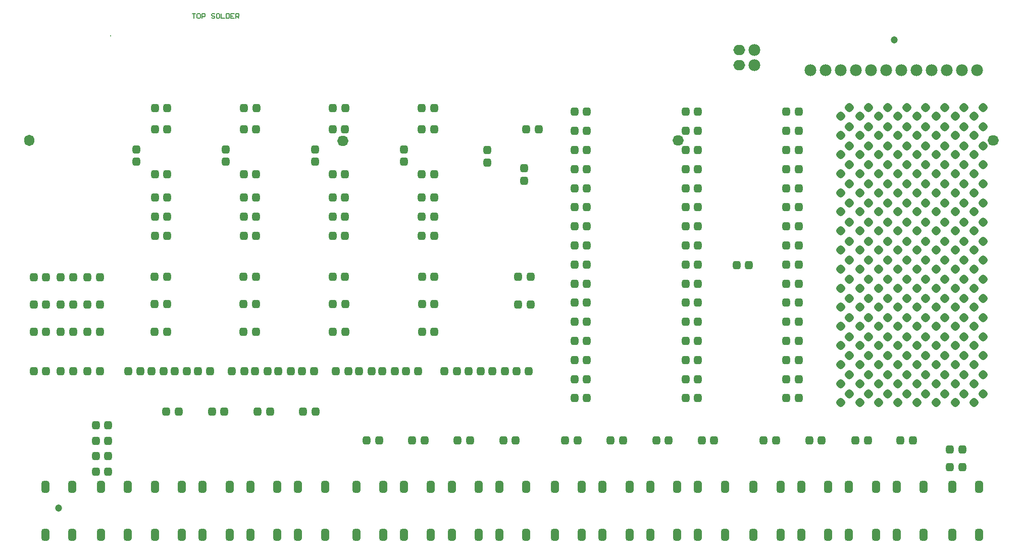
<source format=gts>
G04*
G04 #@! TF.GenerationSoftware,Altium Limited,CircuitStudio,1.5.2 (30)*
G04*
G04 Layer_Color=2162853*
%FSLAX25Y25*%
%MOIN*%
G70*
G01*
G75*
%ADD26C,0.00600*%
G04:AMPARAMS|DCode=156|XSize=55.24mil|YSize=55.24mil|CornerRadius=19.59mil|HoleSize=0mil|Usage=FLASHONLY|Rotation=0.000|XOffset=0mil|YOffset=0mil|HoleType=Round|Shape=RoundedRectangle|*
%AMROUNDEDRECTD156*
21,1,0.05524,0.01606,0,0,0.0*
21,1,0.01606,0.05524,0,0,0.0*
1,1,0.03918,0.00803,-0.00803*
1,1,0.03918,-0.00803,-0.00803*
1,1,0.03918,-0.00803,0.00803*
1,1,0.03918,0.00803,0.00803*
%
%ADD156ROUNDEDRECTD156*%
G04:AMPARAMS|DCode=157|XSize=80mil|YSize=54mil|CornerRadius=17.8mil|HoleSize=0mil|Usage=FLASHONLY|Rotation=90.000|XOffset=0mil|YOffset=0mil|HoleType=Round|Shape=RoundedRectangle|*
%AMROUNDEDRECTD157*
21,1,0.08000,0.01840,0,0,90.0*
21,1,0.04440,0.05400,0,0,90.0*
1,1,0.03560,0.00920,0.02220*
1,1,0.03560,0.00920,-0.02220*
1,1,0.03560,-0.00920,-0.02220*
1,1,0.03560,-0.00920,0.02220*
%
%ADD157ROUNDEDRECTD157*%
G04:AMPARAMS|DCode=158|XSize=55.24mil|YSize=55.24mil|CornerRadius=19.59mil|HoleSize=0mil|Usage=FLASHONLY|Rotation=90.000|XOffset=0mil|YOffset=0mil|HoleType=Round|Shape=RoundedRectangle|*
%AMROUNDEDRECTD158*
21,1,0.05524,0.01606,0,0,90.0*
21,1,0.01606,0.05524,0,0,90.0*
1,1,0.03918,0.00803,0.00803*
1,1,0.03918,0.00803,-0.00803*
1,1,0.03918,-0.00803,-0.00803*
1,1,0.03918,-0.00803,0.00803*
%
%ADD158ROUNDEDRECTD158*%
G04:AMPARAMS|DCode=159|XSize=55.24mil|YSize=55.24mil|CornerRadius=19.59mil|HoleSize=0mil|Usage=FLASHONLY|Rotation=45.000|XOffset=0mil|YOffset=0mil|HoleType=Round|Shape=RoundedRectangle|*
%AMROUNDEDRECTD159*
21,1,0.05524,0.01606,0,0,45.0*
21,1,0.01606,0.05524,0,0,45.0*
1,1,0.03918,0.01136,0.00000*
1,1,0.03918,0.00000,-0.01136*
1,1,0.03918,-0.01136,0.00000*
1,1,0.03918,0.00000,0.01136*
%
%ADD159ROUNDEDRECTD159*%
%ADD160C,0.04737*%
%ADD161C,0.00800*%
%ADD162C,0.07800*%
%ADD163O,0.07800X0.06800*%
%ADD164O,0.06800X0.07400*%
%ADD165O,0.07400X0.06800*%
D26*
X763358Y1193599D02*
X765491D01*
X764425D01*
Y1190400D01*
X768157Y1193599D02*
X767090D01*
X766557Y1193066D01*
Y1190933D01*
X767090Y1190400D01*
X768157D01*
X768690Y1190933D01*
Y1193066D01*
X768157Y1193599D01*
X769756Y1190400D02*
Y1193599D01*
X771356D01*
X771889Y1193066D01*
Y1192000D01*
X771356Y1191466D01*
X769756D01*
X778287Y1193066D02*
X777754Y1193599D01*
X776687D01*
X776154Y1193066D01*
Y1192533D01*
X776687Y1192000D01*
X777754D01*
X778287Y1191466D01*
Y1190933D01*
X777754Y1190400D01*
X776687D01*
X776154Y1190933D01*
X780953Y1193599D02*
X779886D01*
X779353Y1193066D01*
Y1190933D01*
X779886Y1190400D01*
X780953D01*
X781486Y1190933D01*
Y1193066D01*
X780953Y1193599D01*
X782552D02*
Y1190400D01*
X784685D01*
X785751Y1193599D02*
Y1190400D01*
X787351D01*
X787884Y1190933D01*
Y1193066D01*
X787351Y1193599D01*
X785751D01*
X791083D02*
X788950D01*
Y1190400D01*
X791083D01*
X788950Y1192000D02*
X790016D01*
X792149Y1190400D02*
Y1193599D01*
X793749D01*
X794282Y1193066D01*
Y1192000D01*
X793749Y1191466D01*
X792149D01*
X793215D02*
X794282Y1190400D01*
D156*
X658752Y1001700D02*
D03*
X666952D02*
D03*
X1122658Y1027500D02*
D03*
X1130858D02*
D03*
X904325Y957706D02*
D03*
X912525D02*
D03*
X888938D02*
D03*
X897138D02*
D03*
X873550D02*
D03*
X881750D02*
D03*
X858163D02*
D03*
X866363D02*
D03*
X835695D02*
D03*
X843894D02*
D03*
X820307D02*
D03*
X828507D02*
D03*
X804920D02*
D03*
X813120D02*
D03*
X789532D02*
D03*
X797732D02*
D03*
X767058D02*
D03*
X775257D02*
D03*
X751776D02*
D03*
X759976D02*
D03*
X736389D02*
D03*
X744589D02*
D03*
X721002D02*
D03*
X729202D02*
D03*
X694295D02*
D03*
X702494D02*
D03*
X676507D02*
D03*
X684707D02*
D03*
X658720D02*
D03*
X666920D02*
D03*
X977423Y957657D02*
D03*
X985623D02*
D03*
X694152Y983600D02*
D03*
X702352D02*
D03*
X676452D02*
D03*
X684652D02*
D03*
X658752D02*
D03*
X666952D02*
D03*
X658752Y1019700D02*
D03*
X666952D02*
D03*
X676452D02*
D03*
X684652D02*
D03*
X694152D02*
D03*
X702352D02*
D03*
X738700Y1046887D02*
D03*
X746900D02*
D03*
X797400D02*
D03*
X805600D02*
D03*
X856100D02*
D03*
X864300D02*
D03*
X914800D02*
D03*
X923000D02*
D03*
X738700Y1059594D02*
D03*
X746900D02*
D03*
X797400D02*
D03*
X805600D02*
D03*
X856100D02*
D03*
X864300D02*
D03*
X914800D02*
D03*
X923000D02*
D03*
X738700Y1072100D02*
D03*
X746900D02*
D03*
X797400D02*
D03*
X805600D02*
D03*
X856100D02*
D03*
X864300D02*
D03*
X914800D02*
D03*
X923000D02*
D03*
X738766Y1131157D02*
D03*
X746966D02*
D03*
X797466D02*
D03*
X805666D02*
D03*
X856266D02*
D03*
X864466D02*
D03*
X914966D02*
D03*
X923166D02*
D03*
X1015750Y939780D02*
D03*
X1023950D02*
D03*
X1015750Y952380D02*
D03*
X1023950D02*
D03*
X1015750Y964980D02*
D03*
X1023950D02*
D03*
X1015750Y977580D02*
D03*
X1023950D02*
D03*
X1015750Y990180D02*
D03*
X1023950D02*
D03*
X1015750Y1002780D02*
D03*
X1023950D02*
D03*
X1015750Y1015380D02*
D03*
X1023950D02*
D03*
X1015750Y1027980D02*
D03*
X1023950D02*
D03*
X1015750Y1040580D02*
D03*
X1023950D02*
D03*
X1015750Y1053180D02*
D03*
X1023950D02*
D03*
X1015750Y1065780D02*
D03*
X1023950D02*
D03*
X1015750Y1078380D02*
D03*
X1023950D02*
D03*
X1015750Y1090980D02*
D03*
X1023950D02*
D03*
X1015750Y1103580D02*
D03*
X1023950D02*
D03*
X1015750Y1116180D02*
D03*
X1023950D02*
D03*
X1015750Y1128780D02*
D03*
X1023950D02*
D03*
X1089050Y939780D02*
D03*
X1097250D02*
D03*
X1089050Y952380D02*
D03*
X1097250D02*
D03*
X1089050Y964980D02*
D03*
X1097250D02*
D03*
X1089050Y977580D02*
D03*
X1097250D02*
D03*
X1089050Y990180D02*
D03*
X1097250D02*
D03*
X1089050Y1002780D02*
D03*
X1097250D02*
D03*
X1089050Y1015380D02*
D03*
X1097250D02*
D03*
X1089050Y1027980D02*
D03*
X1097250D02*
D03*
X1089050Y1040580D02*
D03*
X1097250D02*
D03*
X1089050Y1053180D02*
D03*
X1097250D02*
D03*
X1089050Y1065780D02*
D03*
X1097250D02*
D03*
X1089050Y1078380D02*
D03*
X1097250D02*
D03*
X1089050Y1090980D02*
D03*
X1097250D02*
D03*
X1089050Y1103580D02*
D03*
X1097250D02*
D03*
X1089050Y1116180D02*
D03*
X1097250D02*
D03*
X1089050Y1128780D02*
D03*
X1097250D02*
D03*
X1155450Y939780D02*
D03*
X1163650D02*
D03*
X1155450Y952380D02*
D03*
X1163650D02*
D03*
X1155450Y964980D02*
D03*
X1163650D02*
D03*
X1155450Y977580D02*
D03*
X1163650D02*
D03*
X1155450Y990180D02*
D03*
X1163650D02*
D03*
X1155450Y1002780D02*
D03*
X1163650D02*
D03*
X1155450Y1015380D02*
D03*
X1163650D02*
D03*
X1155450Y1027980D02*
D03*
X1163650D02*
D03*
X1155450Y1040580D02*
D03*
X1163650D02*
D03*
X1155450Y1053180D02*
D03*
X1163650D02*
D03*
X1155450Y1065780D02*
D03*
X1163650D02*
D03*
X1155450Y1078380D02*
D03*
X1163650D02*
D03*
X1155450Y1090980D02*
D03*
X1163650D02*
D03*
X1155450Y1103580D02*
D03*
X1163650D02*
D03*
X1155450Y1116180D02*
D03*
X1163650D02*
D03*
X1263500Y894300D02*
D03*
X1271700D02*
D03*
X1263500Y905800D02*
D03*
X1271700D02*
D03*
X1230819Y912000D02*
D03*
X1239019D02*
D03*
X1201125D02*
D03*
X1209325D02*
D03*
X1170644D02*
D03*
X1178844D02*
D03*
X1140557D02*
D03*
X1148757D02*
D03*
X1099769D02*
D03*
X1107969D02*
D03*
X1069682D02*
D03*
X1077882D02*
D03*
X1039594D02*
D03*
X1047795D02*
D03*
X1009507D02*
D03*
X1017707D02*
D03*
X968720D02*
D03*
X976920D02*
D03*
X938632D02*
D03*
X946832D02*
D03*
X908545D02*
D03*
X916745D02*
D03*
X878458D02*
D03*
X886658D02*
D03*
X836570Y930800D02*
D03*
X844770D02*
D03*
X806483D02*
D03*
X814683D02*
D03*
X776395D02*
D03*
X784595D02*
D03*
X746308D02*
D03*
X754508D02*
D03*
X699727Y891313D02*
D03*
X707927D02*
D03*
X699727Y901513D02*
D03*
X707927D02*
D03*
X699727Y911713D02*
D03*
X707927D02*
D03*
X699727Y922013D02*
D03*
X707927D02*
D03*
X961476Y957706D02*
D03*
X969676D02*
D03*
X945689D02*
D03*
X953889D02*
D03*
X929802D02*
D03*
X938002D02*
D03*
X983858Y1117300D02*
D03*
X992058D02*
D03*
X978458Y1001400D02*
D03*
X986658D02*
D03*
X978558Y1020000D02*
D03*
X986758D02*
D03*
X915000Y983600D02*
D03*
X923200D02*
D03*
X856200D02*
D03*
X864400D02*
D03*
X797200D02*
D03*
X805400D02*
D03*
X738500D02*
D03*
X746700D02*
D03*
X915000Y1001800D02*
D03*
X923200D02*
D03*
X856200Y1001900D02*
D03*
X864400D02*
D03*
X797200Y1001800D02*
D03*
X805400D02*
D03*
X738500D02*
D03*
X746700D02*
D03*
X915100Y1019800D02*
D03*
X923300D02*
D03*
X856100D02*
D03*
X864300D02*
D03*
X797200D02*
D03*
X805400D02*
D03*
X738500D02*
D03*
X746700D02*
D03*
X914800Y1087400D02*
D03*
X923000D02*
D03*
X856100D02*
D03*
X864300D02*
D03*
X797400D02*
D03*
X805600D02*
D03*
X738700D02*
D03*
X746900D02*
D03*
X914800Y1117083D02*
D03*
X923000D02*
D03*
X856100D02*
D03*
X864300D02*
D03*
X797400D02*
D03*
X805600D02*
D03*
X738700D02*
D03*
X746900D02*
D03*
X1155450Y1128780D02*
D03*
X1163650D02*
D03*
X694152Y1001700D02*
D03*
X702352D02*
D03*
X676452D02*
D03*
X684652D02*
D03*
D157*
X871670Y849699D02*
D03*
Y881195D02*
D03*
X889386D02*
D03*
Y849699D02*
D03*
X666333D02*
D03*
Y881195D02*
D03*
X684049D02*
D03*
Y849699D02*
D03*
X703033D02*
D03*
Y881195D02*
D03*
X720749D02*
D03*
Y849699D02*
D03*
X738820D02*
D03*
Y881195D02*
D03*
X756536D02*
D03*
Y849699D02*
D03*
X770307D02*
D03*
Y881195D02*
D03*
X788024D02*
D03*
Y849699D02*
D03*
X801801D02*
D03*
Y881195D02*
D03*
X819518D02*
D03*
Y849699D02*
D03*
X833288D02*
D03*
Y881195D02*
D03*
X851005D02*
D03*
Y849699D02*
D03*
X1265012D02*
D03*
Y881195D02*
D03*
X1282729D02*
D03*
Y849699D02*
D03*
X1228437D02*
D03*
Y881195D02*
D03*
X1246154D02*
D03*
Y849699D02*
D03*
X1196950D02*
D03*
Y881195D02*
D03*
X1214666D02*
D03*
Y849699D02*
D03*
X1165456D02*
D03*
Y881195D02*
D03*
X1183173D02*
D03*
Y849699D02*
D03*
X1133969D02*
D03*
Y881195D02*
D03*
X1151685D02*
D03*
Y849699D02*
D03*
X1002819D02*
D03*
Y881195D02*
D03*
X1020536D02*
D03*
Y849699D02*
D03*
X1034307D02*
D03*
Y881195D02*
D03*
X1052023D02*
D03*
Y849699D02*
D03*
X1065800D02*
D03*
Y881195D02*
D03*
X1083517D02*
D03*
Y849699D02*
D03*
X1097288D02*
D03*
Y881195D02*
D03*
X1115004D02*
D03*
Y849699D02*
D03*
X966138D02*
D03*
Y881195D02*
D03*
X983855D02*
D03*
Y849699D02*
D03*
X934651D02*
D03*
Y881195D02*
D03*
X952367D02*
D03*
Y849699D02*
D03*
X903157D02*
D03*
Y881195D02*
D03*
X920874D02*
D03*
Y849699D02*
D03*
D158*
X726572Y1095732D02*
D03*
Y1103932D02*
D03*
X785445Y1095732D02*
D03*
Y1103932D02*
D03*
X844539Y1095732D02*
D03*
Y1103932D02*
D03*
X903239Y1095732D02*
D03*
Y1103932D02*
D03*
X982358Y1083200D02*
D03*
Y1091400D02*
D03*
X958158Y1095300D02*
D03*
Y1103500D02*
D03*
D159*
X1279611Y936781D02*
D03*
X1285409Y942579D02*
D03*
X1267011Y936781D02*
D03*
X1272809Y942579D02*
D03*
X1254411Y936781D02*
D03*
X1260209Y942579D02*
D03*
X1241811Y936781D02*
D03*
X1247609Y942579D02*
D03*
X1229211Y936781D02*
D03*
X1235009Y942579D02*
D03*
X1216611Y936781D02*
D03*
X1222409Y942579D02*
D03*
X1204011Y936781D02*
D03*
X1209809Y942579D02*
D03*
X1191411Y936781D02*
D03*
X1197209Y942579D02*
D03*
X1279611Y949381D02*
D03*
X1285409Y955179D02*
D03*
X1267011Y949381D02*
D03*
X1272809Y955179D02*
D03*
X1254411Y949381D02*
D03*
X1260209Y955179D02*
D03*
X1241811Y949381D02*
D03*
X1247609Y955179D02*
D03*
X1229211Y949381D02*
D03*
X1235009Y955179D02*
D03*
X1216611Y949381D02*
D03*
X1222409Y955179D02*
D03*
X1204011Y949381D02*
D03*
X1209809Y955179D02*
D03*
X1191411Y949381D02*
D03*
X1197209Y955179D02*
D03*
X1279611Y961981D02*
D03*
X1285409Y967779D02*
D03*
X1267011Y961981D02*
D03*
X1272809Y967779D02*
D03*
X1254411Y961981D02*
D03*
X1260209Y967779D02*
D03*
X1241811Y961981D02*
D03*
X1247609Y967779D02*
D03*
X1229211Y961981D02*
D03*
X1235009Y967779D02*
D03*
X1216611Y961981D02*
D03*
X1222409Y967779D02*
D03*
X1204011Y961981D02*
D03*
X1209809Y967779D02*
D03*
X1191411Y961981D02*
D03*
X1197209Y967779D02*
D03*
X1279611Y974581D02*
D03*
X1285409Y980379D02*
D03*
X1267011Y974581D02*
D03*
X1272809Y980379D02*
D03*
X1254411Y974581D02*
D03*
X1260209Y980379D02*
D03*
X1241811Y974581D02*
D03*
X1247609Y980379D02*
D03*
X1229211Y974581D02*
D03*
X1235009Y980379D02*
D03*
X1216611Y974581D02*
D03*
X1222409Y980379D02*
D03*
X1204011Y974581D02*
D03*
X1209809Y980379D02*
D03*
X1191411Y974581D02*
D03*
X1197209Y980379D02*
D03*
X1279611Y987181D02*
D03*
X1285409Y992979D02*
D03*
X1267011Y987181D02*
D03*
X1272809Y992979D02*
D03*
X1254411Y987181D02*
D03*
X1260209Y992979D02*
D03*
X1241811Y987181D02*
D03*
X1247609Y992979D02*
D03*
X1229211Y987181D02*
D03*
X1235009Y992979D02*
D03*
X1216611Y987181D02*
D03*
X1222409Y992979D02*
D03*
X1204011Y987181D02*
D03*
X1209809Y992979D02*
D03*
X1191411Y987181D02*
D03*
X1197209Y992979D02*
D03*
X1279611Y999781D02*
D03*
X1285409Y1005579D02*
D03*
X1267011Y999781D02*
D03*
X1272809Y1005579D02*
D03*
X1254411Y999781D02*
D03*
X1260209Y1005579D02*
D03*
X1241811Y999781D02*
D03*
X1247609Y1005579D02*
D03*
X1229211Y999781D02*
D03*
X1235009Y1005579D02*
D03*
X1216611Y999781D02*
D03*
X1222409Y1005579D02*
D03*
X1204011Y999781D02*
D03*
X1209809Y1005579D02*
D03*
X1191411Y999781D02*
D03*
X1197209Y1005579D02*
D03*
X1279611Y1012381D02*
D03*
X1285409Y1018179D02*
D03*
X1267011Y1012381D02*
D03*
X1272809Y1018179D02*
D03*
X1254411Y1012381D02*
D03*
X1260209Y1018179D02*
D03*
X1241811Y1012381D02*
D03*
X1247609Y1018179D02*
D03*
X1229211Y1012381D02*
D03*
X1235009Y1018179D02*
D03*
X1216611Y1012381D02*
D03*
X1222409Y1018179D02*
D03*
X1204011Y1012381D02*
D03*
X1209809Y1018179D02*
D03*
X1191411Y1012381D02*
D03*
X1197209Y1018179D02*
D03*
X1279611Y1024981D02*
D03*
X1285409Y1030779D02*
D03*
X1267011Y1024981D02*
D03*
X1272809Y1030779D02*
D03*
X1254411Y1024981D02*
D03*
X1260209Y1030779D02*
D03*
X1241811Y1024981D02*
D03*
X1247609Y1030779D02*
D03*
X1229211Y1024981D02*
D03*
X1235009Y1030779D02*
D03*
X1216611Y1024981D02*
D03*
X1222409Y1030779D02*
D03*
X1204011Y1024981D02*
D03*
X1209809Y1030779D02*
D03*
X1191411Y1024981D02*
D03*
X1197209Y1030779D02*
D03*
X1279611Y1037581D02*
D03*
X1285409Y1043379D02*
D03*
X1267011Y1037581D02*
D03*
X1272809Y1043379D02*
D03*
X1254411Y1037581D02*
D03*
X1260209Y1043379D02*
D03*
X1241811Y1037581D02*
D03*
X1247609Y1043379D02*
D03*
X1229211Y1037581D02*
D03*
X1235009Y1043379D02*
D03*
X1216611Y1037581D02*
D03*
X1222409Y1043379D02*
D03*
X1204011Y1037581D02*
D03*
X1209809Y1043379D02*
D03*
X1191411Y1037581D02*
D03*
X1197209Y1043379D02*
D03*
X1279611Y1050181D02*
D03*
X1285409Y1055979D02*
D03*
X1267011Y1050181D02*
D03*
X1272809Y1055979D02*
D03*
X1254411Y1050181D02*
D03*
X1260209Y1055979D02*
D03*
X1241811Y1050181D02*
D03*
X1247609Y1055979D02*
D03*
X1229211Y1050181D02*
D03*
X1235009Y1055979D02*
D03*
X1216611Y1050181D02*
D03*
X1222409Y1055979D02*
D03*
X1204011Y1050181D02*
D03*
X1209809Y1055979D02*
D03*
X1191411Y1050181D02*
D03*
X1197209Y1055979D02*
D03*
X1279611Y1062781D02*
D03*
X1285409Y1068579D02*
D03*
X1267011Y1062781D02*
D03*
X1272809Y1068579D02*
D03*
X1254411Y1062781D02*
D03*
X1260209Y1068579D02*
D03*
X1241811Y1062781D02*
D03*
X1247609Y1068579D02*
D03*
X1229211Y1062781D02*
D03*
X1235009Y1068579D02*
D03*
X1216611Y1062781D02*
D03*
X1222409Y1068579D02*
D03*
X1204011Y1062781D02*
D03*
X1209809Y1068579D02*
D03*
X1191411Y1062781D02*
D03*
X1197209Y1068579D02*
D03*
X1279611Y1075381D02*
D03*
X1285409Y1081179D02*
D03*
X1267011Y1075381D02*
D03*
X1272809Y1081179D02*
D03*
X1254411Y1075381D02*
D03*
X1260209Y1081179D02*
D03*
X1241811Y1075381D02*
D03*
X1247609Y1081179D02*
D03*
X1229211Y1075381D02*
D03*
X1235009Y1081179D02*
D03*
X1216611Y1075381D02*
D03*
X1222409Y1081179D02*
D03*
X1204011Y1075381D02*
D03*
X1209809Y1081179D02*
D03*
X1191411Y1075381D02*
D03*
X1197209Y1081179D02*
D03*
X1279611Y1087981D02*
D03*
X1285409Y1093779D02*
D03*
X1267011Y1087981D02*
D03*
X1272809Y1093779D02*
D03*
X1254411Y1087981D02*
D03*
X1260209Y1093779D02*
D03*
X1241811Y1087981D02*
D03*
X1247609Y1093779D02*
D03*
X1229211Y1087981D02*
D03*
X1235009Y1093779D02*
D03*
X1216611Y1087981D02*
D03*
X1222409Y1093779D02*
D03*
X1204011Y1087981D02*
D03*
X1209809Y1093779D02*
D03*
X1191411Y1087981D02*
D03*
X1197209Y1093779D02*
D03*
X1279611Y1100581D02*
D03*
X1285409Y1106379D02*
D03*
X1267011Y1100581D02*
D03*
X1272809Y1106379D02*
D03*
X1254411Y1100581D02*
D03*
X1260209Y1106379D02*
D03*
X1241811Y1100581D02*
D03*
X1247609Y1106379D02*
D03*
X1229211Y1100581D02*
D03*
X1235009Y1106379D02*
D03*
X1216611Y1100581D02*
D03*
X1222409Y1106379D02*
D03*
X1204011Y1100581D02*
D03*
X1209809Y1106379D02*
D03*
X1191411Y1100581D02*
D03*
X1197209Y1106379D02*
D03*
X1279611Y1113181D02*
D03*
X1285409Y1118979D02*
D03*
X1267011Y1113181D02*
D03*
X1272809Y1118979D02*
D03*
X1254411Y1113181D02*
D03*
X1260209Y1118979D02*
D03*
X1241811Y1113181D02*
D03*
X1247609Y1118979D02*
D03*
X1229211Y1113181D02*
D03*
X1235009Y1118979D02*
D03*
X1216611Y1113181D02*
D03*
X1222409Y1118979D02*
D03*
X1204011Y1113181D02*
D03*
X1209809Y1118979D02*
D03*
X1191411Y1113181D02*
D03*
X1197209Y1118979D02*
D03*
X1279611Y1125781D02*
D03*
X1285409Y1131579D02*
D03*
X1267011Y1125781D02*
D03*
X1272809Y1131579D02*
D03*
X1254411Y1125781D02*
D03*
X1260209Y1131579D02*
D03*
X1241811Y1125781D02*
D03*
X1247609Y1131579D02*
D03*
X1229211Y1125781D02*
D03*
X1235009Y1131579D02*
D03*
X1216611Y1125781D02*
D03*
X1222409Y1131579D02*
D03*
X1204011Y1125781D02*
D03*
X1209809Y1131579D02*
D03*
X1191411Y1125781D02*
D03*
X1197209Y1131579D02*
D03*
D160*
X675258Y867300D02*
D03*
X1226648Y1176160D02*
D03*
D161*
X709458Y1178800D02*
D03*
D162*
X1181500Y1156100D02*
D03*
X1171500D02*
D03*
X1201500D02*
D03*
X1191500D02*
D03*
X1221500D02*
D03*
X1211500D02*
D03*
X1241500D02*
D03*
X1231500D02*
D03*
X1261500D02*
D03*
X1251500D02*
D03*
X1281500D02*
D03*
X1271500D02*
D03*
X1134500Y1169500D02*
D03*
Y1159500D02*
D03*
D163*
X1124500Y1169500D02*
D03*
Y1159500D02*
D03*
D164*
X655958Y1110000D02*
D03*
D165*
X1084300Y1109950D02*
D03*
X1292000Y1110040D02*
D03*
X862658Y1109690D02*
D03*
M02*

</source>
